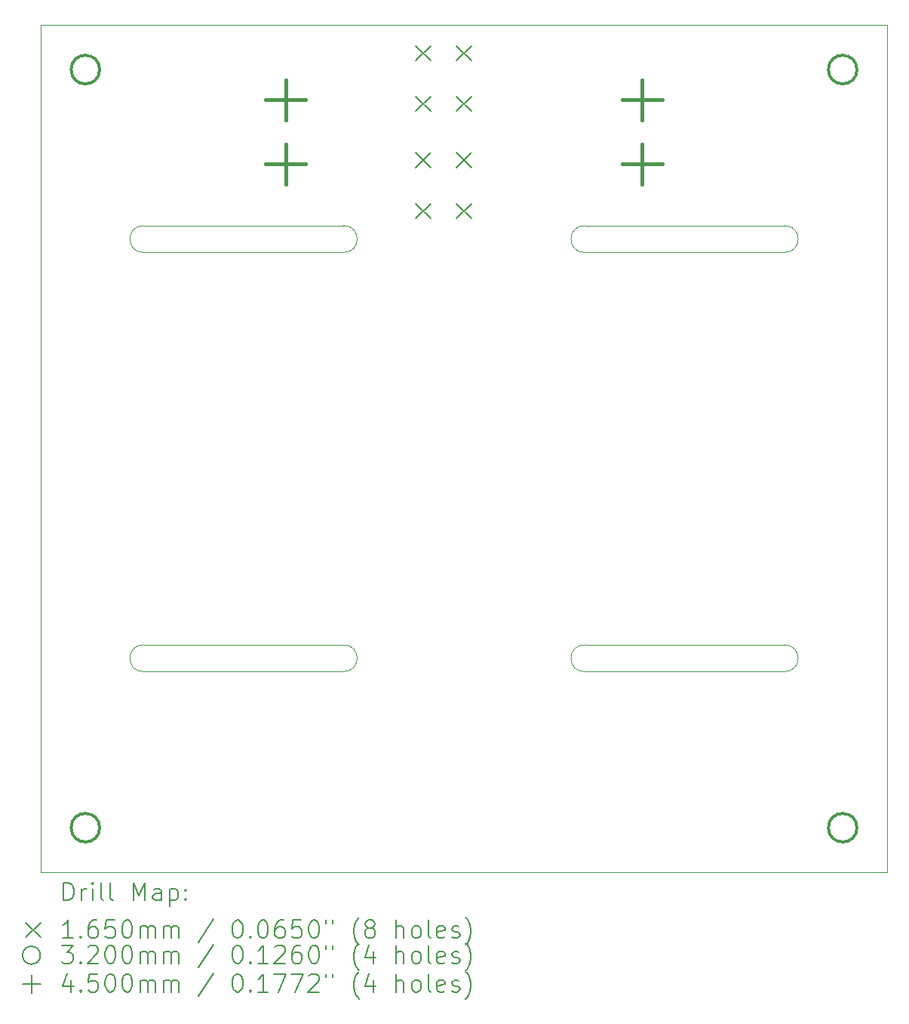
<source format=gbr>
%TF.GenerationSoftware,KiCad,Pcbnew,7.0.8*%
%TF.CreationDate,2024-01-29T21:48:59+01:00*%
%TF.ProjectId,cube-batteryboard,63756265-2d62-4617-9474-657279626f61,rev?*%
%TF.SameCoordinates,Original*%
%TF.FileFunction,Drillmap*%
%TF.FilePolarity,Positive*%
%FSLAX45Y45*%
G04 Gerber Fmt 4.5, Leading zero omitted, Abs format (unit mm)*
G04 Created by KiCad (PCBNEW 7.0.8) date 2024-01-29 21:48:59*
%MOMM*%
%LPD*%
G01*
G04 APERTURE LIST*
%ADD10C,0.100000*%
%ADD11C,0.200000*%
%ADD12C,0.165000*%
%ADD13C,0.320000*%
%ADD14C,0.450000*%
G04 APERTURE END LIST*
D10*
X5400000Y-4550000D02*
G75*
G03*
X5400000Y-4250000I0J150000D01*
G01*
X5400000Y-4250000D02*
X3150000Y-4250000D01*
X10350000Y-4550000D02*
X8100000Y-4550000D01*
X8100000Y-8950000D02*
G75*
G03*
X8100000Y-9250000I0J-150000D01*
G01*
X2000000Y-2000000D02*
X11500000Y-2000000D01*
X11500000Y-11500000D01*
X2000000Y-11500000D01*
X2000000Y-2000000D01*
X8100000Y-4250000D02*
G75*
G03*
X8100000Y-4550000I0J-150000D01*
G01*
X10350000Y-4250000D02*
X8100000Y-4250000D01*
X5400000Y-8950000D02*
X3150000Y-8950000D01*
X3150000Y-4250000D02*
G75*
G03*
X3150000Y-4550000I0J-150000D01*
G01*
X10350000Y-9250000D02*
G75*
G03*
X10350000Y-8950000I0J150000D01*
G01*
X10350000Y-9250000D02*
X8100000Y-9250000D01*
X5400000Y-9250000D02*
X3150000Y-9250000D01*
X3150000Y-8950000D02*
G75*
G03*
X3150000Y-9250000I0J-150000D01*
G01*
X10350000Y-4550000D02*
G75*
G03*
X10350000Y-4250000I0J150000D01*
G01*
X10350000Y-8950000D02*
X8100000Y-8950000D01*
X5400000Y-9250000D02*
G75*
G03*
X5400000Y-8950000I0J150000D01*
G01*
X5400000Y-4550000D02*
X3150000Y-4550000D01*
D11*
D12*
X6207500Y-2232500D02*
X6372500Y-2397500D01*
X6372500Y-2232500D02*
X6207500Y-2397500D01*
X6207500Y-2802500D02*
X6372500Y-2967500D01*
X6372500Y-2802500D02*
X6207500Y-2967500D01*
X6207500Y-3432500D02*
X6372500Y-3597500D01*
X6372500Y-3432500D02*
X6207500Y-3597500D01*
X6207500Y-4002500D02*
X6372500Y-4167500D01*
X6372500Y-4002500D02*
X6207500Y-4167500D01*
X6667500Y-2232500D02*
X6832500Y-2397500D01*
X6832500Y-2232500D02*
X6667500Y-2397500D01*
X6667500Y-2802500D02*
X6832500Y-2967500D01*
X6832500Y-2802500D02*
X6667500Y-2967500D01*
X6667500Y-3432500D02*
X6832500Y-3597500D01*
X6832500Y-3432500D02*
X6667500Y-3597500D01*
X6667500Y-4002500D02*
X6832500Y-4167500D01*
X6832500Y-4002500D02*
X6667500Y-4167500D01*
D13*
X2660000Y-2500000D02*
G75*
G03*
X2660000Y-2500000I-160000J0D01*
G01*
X2660000Y-11000000D02*
G75*
G03*
X2660000Y-11000000I-160000J0D01*
G01*
X11160000Y-2500000D02*
G75*
G03*
X11160000Y-2500000I-160000J0D01*
G01*
X11160000Y-11000000D02*
G75*
G03*
X11160000Y-11000000I-160000J0D01*
G01*
D14*
X4750000Y-2615000D02*
X4750000Y-3065000D01*
X4525000Y-2840000D02*
X4975000Y-2840000D01*
X4750000Y-3335000D02*
X4750000Y-3785000D01*
X4525000Y-3560000D02*
X4975000Y-3560000D01*
X8750000Y-2615000D02*
X8750000Y-3065000D01*
X8525000Y-2840000D02*
X8975000Y-2840000D01*
X8750000Y-3335000D02*
X8750000Y-3785000D01*
X8525000Y-3560000D02*
X8975000Y-3560000D01*
D11*
X2255777Y-11816484D02*
X2255777Y-11616484D01*
X2255777Y-11616484D02*
X2303396Y-11616484D01*
X2303396Y-11616484D02*
X2331967Y-11626008D01*
X2331967Y-11626008D02*
X2351015Y-11645055D01*
X2351015Y-11645055D02*
X2360539Y-11664103D01*
X2360539Y-11664103D02*
X2370063Y-11702198D01*
X2370063Y-11702198D02*
X2370063Y-11730769D01*
X2370063Y-11730769D02*
X2360539Y-11768865D01*
X2360539Y-11768865D02*
X2351015Y-11787912D01*
X2351015Y-11787912D02*
X2331967Y-11806960D01*
X2331967Y-11806960D02*
X2303396Y-11816484D01*
X2303396Y-11816484D02*
X2255777Y-11816484D01*
X2455777Y-11816484D02*
X2455777Y-11683150D01*
X2455777Y-11721246D02*
X2465301Y-11702198D01*
X2465301Y-11702198D02*
X2474824Y-11692674D01*
X2474824Y-11692674D02*
X2493872Y-11683150D01*
X2493872Y-11683150D02*
X2512920Y-11683150D01*
X2579586Y-11816484D02*
X2579586Y-11683150D01*
X2579586Y-11616484D02*
X2570063Y-11626008D01*
X2570063Y-11626008D02*
X2579586Y-11635531D01*
X2579586Y-11635531D02*
X2589110Y-11626008D01*
X2589110Y-11626008D02*
X2579586Y-11616484D01*
X2579586Y-11616484D02*
X2579586Y-11635531D01*
X2703396Y-11816484D02*
X2684348Y-11806960D01*
X2684348Y-11806960D02*
X2674824Y-11787912D01*
X2674824Y-11787912D02*
X2674824Y-11616484D01*
X2808158Y-11816484D02*
X2789110Y-11806960D01*
X2789110Y-11806960D02*
X2779586Y-11787912D01*
X2779586Y-11787912D02*
X2779586Y-11616484D01*
X3036729Y-11816484D02*
X3036729Y-11616484D01*
X3036729Y-11616484D02*
X3103396Y-11759341D01*
X3103396Y-11759341D02*
X3170062Y-11616484D01*
X3170062Y-11616484D02*
X3170062Y-11816484D01*
X3351015Y-11816484D02*
X3351015Y-11711722D01*
X3351015Y-11711722D02*
X3341491Y-11692674D01*
X3341491Y-11692674D02*
X3322443Y-11683150D01*
X3322443Y-11683150D02*
X3284348Y-11683150D01*
X3284348Y-11683150D02*
X3265301Y-11692674D01*
X3351015Y-11806960D02*
X3331967Y-11816484D01*
X3331967Y-11816484D02*
X3284348Y-11816484D01*
X3284348Y-11816484D02*
X3265301Y-11806960D01*
X3265301Y-11806960D02*
X3255777Y-11787912D01*
X3255777Y-11787912D02*
X3255777Y-11768865D01*
X3255777Y-11768865D02*
X3265301Y-11749817D01*
X3265301Y-11749817D02*
X3284348Y-11740293D01*
X3284348Y-11740293D02*
X3331967Y-11740293D01*
X3331967Y-11740293D02*
X3351015Y-11730769D01*
X3446253Y-11683150D02*
X3446253Y-11883150D01*
X3446253Y-11692674D02*
X3465301Y-11683150D01*
X3465301Y-11683150D02*
X3503396Y-11683150D01*
X3503396Y-11683150D02*
X3522443Y-11692674D01*
X3522443Y-11692674D02*
X3531967Y-11702198D01*
X3531967Y-11702198D02*
X3541491Y-11721246D01*
X3541491Y-11721246D02*
X3541491Y-11778388D01*
X3541491Y-11778388D02*
X3531967Y-11797436D01*
X3531967Y-11797436D02*
X3522443Y-11806960D01*
X3522443Y-11806960D02*
X3503396Y-11816484D01*
X3503396Y-11816484D02*
X3465301Y-11816484D01*
X3465301Y-11816484D02*
X3446253Y-11806960D01*
X3627205Y-11797436D02*
X3636729Y-11806960D01*
X3636729Y-11806960D02*
X3627205Y-11816484D01*
X3627205Y-11816484D02*
X3617682Y-11806960D01*
X3617682Y-11806960D02*
X3627205Y-11797436D01*
X3627205Y-11797436D02*
X3627205Y-11816484D01*
X3627205Y-11692674D02*
X3636729Y-11702198D01*
X3636729Y-11702198D02*
X3627205Y-11711722D01*
X3627205Y-11711722D02*
X3617682Y-11702198D01*
X3617682Y-11702198D02*
X3627205Y-11692674D01*
X3627205Y-11692674D02*
X3627205Y-11711722D01*
D12*
X1830000Y-12062500D02*
X1995000Y-12227500D01*
X1995000Y-12062500D02*
X1830000Y-12227500D01*
D11*
X2360539Y-12236484D02*
X2246253Y-12236484D01*
X2303396Y-12236484D02*
X2303396Y-12036484D01*
X2303396Y-12036484D02*
X2284348Y-12065055D01*
X2284348Y-12065055D02*
X2265301Y-12084103D01*
X2265301Y-12084103D02*
X2246253Y-12093627D01*
X2446253Y-12217436D02*
X2455777Y-12226960D01*
X2455777Y-12226960D02*
X2446253Y-12236484D01*
X2446253Y-12236484D02*
X2436729Y-12226960D01*
X2436729Y-12226960D02*
X2446253Y-12217436D01*
X2446253Y-12217436D02*
X2446253Y-12236484D01*
X2627205Y-12036484D02*
X2589110Y-12036484D01*
X2589110Y-12036484D02*
X2570063Y-12046008D01*
X2570063Y-12046008D02*
X2560539Y-12055531D01*
X2560539Y-12055531D02*
X2541491Y-12084103D01*
X2541491Y-12084103D02*
X2531967Y-12122198D01*
X2531967Y-12122198D02*
X2531967Y-12198388D01*
X2531967Y-12198388D02*
X2541491Y-12217436D01*
X2541491Y-12217436D02*
X2551015Y-12226960D01*
X2551015Y-12226960D02*
X2570063Y-12236484D01*
X2570063Y-12236484D02*
X2608158Y-12236484D01*
X2608158Y-12236484D02*
X2627205Y-12226960D01*
X2627205Y-12226960D02*
X2636729Y-12217436D01*
X2636729Y-12217436D02*
X2646253Y-12198388D01*
X2646253Y-12198388D02*
X2646253Y-12150769D01*
X2646253Y-12150769D02*
X2636729Y-12131722D01*
X2636729Y-12131722D02*
X2627205Y-12122198D01*
X2627205Y-12122198D02*
X2608158Y-12112674D01*
X2608158Y-12112674D02*
X2570063Y-12112674D01*
X2570063Y-12112674D02*
X2551015Y-12122198D01*
X2551015Y-12122198D02*
X2541491Y-12131722D01*
X2541491Y-12131722D02*
X2531967Y-12150769D01*
X2827205Y-12036484D02*
X2731967Y-12036484D01*
X2731967Y-12036484D02*
X2722444Y-12131722D01*
X2722444Y-12131722D02*
X2731967Y-12122198D01*
X2731967Y-12122198D02*
X2751015Y-12112674D01*
X2751015Y-12112674D02*
X2798634Y-12112674D01*
X2798634Y-12112674D02*
X2817682Y-12122198D01*
X2817682Y-12122198D02*
X2827205Y-12131722D01*
X2827205Y-12131722D02*
X2836729Y-12150769D01*
X2836729Y-12150769D02*
X2836729Y-12198388D01*
X2836729Y-12198388D02*
X2827205Y-12217436D01*
X2827205Y-12217436D02*
X2817682Y-12226960D01*
X2817682Y-12226960D02*
X2798634Y-12236484D01*
X2798634Y-12236484D02*
X2751015Y-12236484D01*
X2751015Y-12236484D02*
X2731967Y-12226960D01*
X2731967Y-12226960D02*
X2722444Y-12217436D01*
X2960539Y-12036484D02*
X2979586Y-12036484D01*
X2979586Y-12036484D02*
X2998634Y-12046008D01*
X2998634Y-12046008D02*
X3008158Y-12055531D01*
X3008158Y-12055531D02*
X3017682Y-12074579D01*
X3017682Y-12074579D02*
X3027205Y-12112674D01*
X3027205Y-12112674D02*
X3027205Y-12160293D01*
X3027205Y-12160293D02*
X3017682Y-12198388D01*
X3017682Y-12198388D02*
X3008158Y-12217436D01*
X3008158Y-12217436D02*
X2998634Y-12226960D01*
X2998634Y-12226960D02*
X2979586Y-12236484D01*
X2979586Y-12236484D02*
X2960539Y-12236484D01*
X2960539Y-12236484D02*
X2941491Y-12226960D01*
X2941491Y-12226960D02*
X2931967Y-12217436D01*
X2931967Y-12217436D02*
X2922443Y-12198388D01*
X2922443Y-12198388D02*
X2912920Y-12160293D01*
X2912920Y-12160293D02*
X2912920Y-12112674D01*
X2912920Y-12112674D02*
X2922443Y-12074579D01*
X2922443Y-12074579D02*
X2931967Y-12055531D01*
X2931967Y-12055531D02*
X2941491Y-12046008D01*
X2941491Y-12046008D02*
X2960539Y-12036484D01*
X3112920Y-12236484D02*
X3112920Y-12103150D01*
X3112920Y-12122198D02*
X3122443Y-12112674D01*
X3122443Y-12112674D02*
X3141491Y-12103150D01*
X3141491Y-12103150D02*
X3170063Y-12103150D01*
X3170063Y-12103150D02*
X3189110Y-12112674D01*
X3189110Y-12112674D02*
X3198634Y-12131722D01*
X3198634Y-12131722D02*
X3198634Y-12236484D01*
X3198634Y-12131722D02*
X3208158Y-12112674D01*
X3208158Y-12112674D02*
X3227205Y-12103150D01*
X3227205Y-12103150D02*
X3255777Y-12103150D01*
X3255777Y-12103150D02*
X3274824Y-12112674D01*
X3274824Y-12112674D02*
X3284348Y-12131722D01*
X3284348Y-12131722D02*
X3284348Y-12236484D01*
X3379586Y-12236484D02*
X3379586Y-12103150D01*
X3379586Y-12122198D02*
X3389110Y-12112674D01*
X3389110Y-12112674D02*
X3408158Y-12103150D01*
X3408158Y-12103150D02*
X3436729Y-12103150D01*
X3436729Y-12103150D02*
X3455777Y-12112674D01*
X3455777Y-12112674D02*
X3465301Y-12131722D01*
X3465301Y-12131722D02*
X3465301Y-12236484D01*
X3465301Y-12131722D02*
X3474824Y-12112674D01*
X3474824Y-12112674D02*
X3493872Y-12103150D01*
X3493872Y-12103150D02*
X3522443Y-12103150D01*
X3522443Y-12103150D02*
X3541491Y-12112674D01*
X3541491Y-12112674D02*
X3551015Y-12131722D01*
X3551015Y-12131722D02*
X3551015Y-12236484D01*
X3941491Y-12026960D02*
X3770063Y-12284103D01*
X4198634Y-12036484D02*
X4217682Y-12036484D01*
X4217682Y-12036484D02*
X4236729Y-12046008D01*
X4236729Y-12046008D02*
X4246253Y-12055531D01*
X4246253Y-12055531D02*
X4255777Y-12074579D01*
X4255777Y-12074579D02*
X4265301Y-12112674D01*
X4265301Y-12112674D02*
X4265301Y-12160293D01*
X4265301Y-12160293D02*
X4255777Y-12198388D01*
X4255777Y-12198388D02*
X4246253Y-12217436D01*
X4246253Y-12217436D02*
X4236729Y-12226960D01*
X4236729Y-12226960D02*
X4217682Y-12236484D01*
X4217682Y-12236484D02*
X4198634Y-12236484D01*
X4198634Y-12236484D02*
X4179586Y-12226960D01*
X4179586Y-12226960D02*
X4170063Y-12217436D01*
X4170063Y-12217436D02*
X4160539Y-12198388D01*
X4160539Y-12198388D02*
X4151015Y-12160293D01*
X4151015Y-12160293D02*
X4151015Y-12112674D01*
X4151015Y-12112674D02*
X4160539Y-12074579D01*
X4160539Y-12074579D02*
X4170063Y-12055531D01*
X4170063Y-12055531D02*
X4179586Y-12046008D01*
X4179586Y-12046008D02*
X4198634Y-12036484D01*
X4351015Y-12217436D02*
X4360539Y-12226960D01*
X4360539Y-12226960D02*
X4351015Y-12236484D01*
X4351015Y-12236484D02*
X4341491Y-12226960D01*
X4341491Y-12226960D02*
X4351015Y-12217436D01*
X4351015Y-12217436D02*
X4351015Y-12236484D01*
X4484348Y-12036484D02*
X4503396Y-12036484D01*
X4503396Y-12036484D02*
X4522444Y-12046008D01*
X4522444Y-12046008D02*
X4531968Y-12055531D01*
X4531968Y-12055531D02*
X4541491Y-12074579D01*
X4541491Y-12074579D02*
X4551015Y-12112674D01*
X4551015Y-12112674D02*
X4551015Y-12160293D01*
X4551015Y-12160293D02*
X4541491Y-12198388D01*
X4541491Y-12198388D02*
X4531968Y-12217436D01*
X4531968Y-12217436D02*
X4522444Y-12226960D01*
X4522444Y-12226960D02*
X4503396Y-12236484D01*
X4503396Y-12236484D02*
X4484348Y-12236484D01*
X4484348Y-12236484D02*
X4465301Y-12226960D01*
X4465301Y-12226960D02*
X4455777Y-12217436D01*
X4455777Y-12217436D02*
X4446253Y-12198388D01*
X4446253Y-12198388D02*
X4436729Y-12160293D01*
X4436729Y-12160293D02*
X4436729Y-12112674D01*
X4436729Y-12112674D02*
X4446253Y-12074579D01*
X4446253Y-12074579D02*
X4455777Y-12055531D01*
X4455777Y-12055531D02*
X4465301Y-12046008D01*
X4465301Y-12046008D02*
X4484348Y-12036484D01*
X4722444Y-12036484D02*
X4684348Y-12036484D01*
X4684348Y-12036484D02*
X4665301Y-12046008D01*
X4665301Y-12046008D02*
X4655777Y-12055531D01*
X4655777Y-12055531D02*
X4636729Y-12084103D01*
X4636729Y-12084103D02*
X4627206Y-12122198D01*
X4627206Y-12122198D02*
X4627206Y-12198388D01*
X4627206Y-12198388D02*
X4636729Y-12217436D01*
X4636729Y-12217436D02*
X4646253Y-12226960D01*
X4646253Y-12226960D02*
X4665301Y-12236484D01*
X4665301Y-12236484D02*
X4703396Y-12236484D01*
X4703396Y-12236484D02*
X4722444Y-12226960D01*
X4722444Y-12226960D02*
X4731968Y-12217436D01*
X4731968Y-12217436D02*
X4741491Y-12198388D01*
X4741491Y-12198388D02*
X4741491Y-12150769D01*
X4741491Y-12150769D02*
X4731968Y-12131722D01*
X4731968Y-12131722D02*
X4722444Y-12122198D01*
X4722444Y-12122198D02*
X4703396Y-12112674D01*
X4703396Y-12112674D02*
X4665301Y-12112674D01*
X4665301Y-12112674D02*
X4646253Y-12122198D01*
X4646253Y-12122198D02*
X4636729Y-12131722D01*
X4636729Y-12131722D02*
X4627206Y-12150769D01*
X4922444Y-12036484D02*
X4827206Y-12036484D01*
X4827206Y-12036484D02*
X4817682Y-12131722D01*
X4817682Y-12131722D02*
X4827206Y-12122198D01*
X4827206Y-12122198D02*
X4846253Y-12112674D01*
X4846253Y-12112674D02*
X4893872Y-12112674D01*
X4893872Y-12112674D02*
X4912920Y-12122198D01*
X4912920Y-12122198D02*
X4922444Y-12131722D01*
X4922444Y-12131722D02*
X4931968Y-12150769D01*
X4931968Y-12150769D02*
X4931968Y-12198388D01*
X4931968Y-12198388D02*
X4922444Y-12217436D01*
X4922444Y-12217436D02*
X4912920Y-12226960D01*
X4912920Y-12226960D02*
X4893872Y-12236484D01*
X4893872Y-12236484D02*
X4846253Y-12236484D01*
X4846253Y-12236484D02*
X4827206Y-12226960D01*
X4827206Y-12226960D02*
X4817682Y-12217436D01*
X5055777Y-12036484D02*
X5074825Y-12036484D01*
X5074825Y-12036484D02*
X5093872Y-12046008D01*
X5093872Y-12046008D02*
X5103396Y-12055531D01*
X5103396Y-12055531D02*
X5112920Y-12074579D01*
X5112920Y-12074579D02*
X5122444Y-12112674D01*
X5122444Y-12112674D02*
X5122444Y-12160293D01*
X5122444Y-12160293D02*
X5112920Y-12198388D01*
X5112920Y-12198388D02*
X5103396Y-12217436D01*
X5103396Y-12217436D02*
X5093872Y-12226960D01*
X5093872Y-12226960D02*
X5074825Y-12236484D01*
X5074825Y-12236484D02*
X5055777Y-12236484D01*
X5055777Y-12236484D02*
X5036729Y-12226960D01*
X5036729Y-12226960D02*
X5027206Y-12217436D01*
X5027206Y-12217436D02*
X5017682Y-12198388D01*
X5017682Y-12198388D02*
X5008158Y-12160293D01*
X5008158Y-12160293D02*
X5008158Y-12112674D01*
X5008158Y-12112674D02*
X5017682Y-12074579D01*
X5017682Y-12074579D02*
X5027206Y-12055531D01*
X5027206Y-12055531D02*
X5036729Y-12046008D01*
X5036729Y-12046008D02*
X5055777Y-12036484D01*
X5198634Y-12036484D02*
X5198634Y-12074579D01*
X5274825Y-12036484D02*
X5274825Y-12074579D01*
X5570063Y-12312674D02*
X5560539Y-12303150D01*
X5560539Y-12303150D02*
X5541491Y-12274579D01*
X5541491Y-12274579D02*
X5531968Y-12255531D01*
X5531968Y-12255531D02*
X5522444Y-12226960D01*
X5522444Y-12226960D02*
X5512920Y-12179341D01*
X5512920Y-12179341D02*
X5512920Y-12141246D01*
X5512920Y-12141246D02*
X5522444Y-12093627D01*
X5522444Y-12093627D02*
X5531968Y-12065055D01*
X5531968Y-12065055D02*
X5541491Y-12046008D01*
X5541491Y-12046008D02*
X5560539Y-12017436D01*
X5560539Y-12017436D02*
X5570063Y-12007912D01*
X5674825Y-12122198D02*
X5655777Y-12112674D01*
X5655777Y-12112674D02*
X5646253Y-12103150D01*
X5646253Y-12103150D02*
X5636729Y-12084103D01*
X5636729Y-12084103D02*
X5636729Y-12074579D01*
X5636729Y-12074579D02*
X5646253Y-12055531D01*
X5646253Y-12055531D02*
X5655777Y-12046008D01*
X5655777Y-12046008D02*
X5674825Y-12036484D01*
X5674825Y-12036484D02*
X5712920Y-12036484D01*
X5712920Y-12036484D02*
X5731968Y-12046008D01*
X5731968Y-12046008D02*
X5741491Y-12055531D01*
X5741491Y-12055531D02*
X5751015Y-12074579D01*
X5751015Y-12074579D02*
X5751015Y-12084103D01*
X5751015Y-12084103D02*
X5741491Y-12103150D01*
X5741491Y-12103150D02*
X5731968Y-12112674D01*
X5731968Y-12112674D02*
X5712920Y-12122198D01*
X5712920Y-12122198D02*
X5674825Y-12122198D01*
X5674825Y-12122198D02*
X5655777Y-12131722D01*
X5655777Y-12131722D02*
X5646253Y-12141246D01*
X5646253Y-12141246D02*
X5636729Y-12160293D01*
X5636729Y-12160293D02*
X5636729Y-12198388D01*
X5636729Y-12198388D02*
X5646253Y-12217436D01*
X5646253Y-12217436D02*
X5655777Y-12226960D01*
X5655777Y-12226960D02*
X5674825Y-12236484D01*
X5674825Y-12236484D02*
X5712920Y-12236484D01*
X5712920Y-12236484D02*
X5731968Y-12226960D01*
X5731968Y-12226960D02*
X5741491Y-12217436D01*
X5741491Y-12217436D02*
X5751015Y-12198388D01*
X5751015Y-12198388D02*
X5751015Y-12160293D01*
X5751015Y-12160293D02*
X5741491Y-12141246D01*
X5741491Y-12141246D02*
X5731968Y-12131722D01*
X5731968Y-12131722D02*
X5712920Y-12122198D01*
X5989110Y-12236484D02*
X5989110Y-12036484D01*
X6074825Y-12236484D02*
X6074825Y-12131722D01*
X6074825Y-12131722D02*
X6065301Y-12112674D01*
X6065301Y-12112674D02*
X6046253Y-12103150D01*
X6046253Y-12103150D02*
X6017682Y-12103150D01*
X6017682Y-12103150D02*
X5998634Y-12112674D01*
X5998634Y-12112674D02*
X5989110Y-12122198D01*
X6198634Y-12236484D02*
X6179587Y-12226960D01*
X6179587Y-12226960D02*
X6170063Y-12217436D01*
X6170063Y-12217436D02*
X6160539Y-12198388D01*
X6160539Y-12198388D02*
X6160539Y-12141246D01*
X6160539Y-12141246D02*
X6170063Y-12122198D01*
X6170063Y-12122198D02*
X6179587Y-12112674D01*
X6179587Y-12112674D02*
X6198634Y-12103150D01*
X6198634Y-12103150D02*
X6227206Y-12103150D01*
X6227206Y-12103150D02*
X6246253Y-12112674D01*
X6246253Y-12112674D02*
X6255777Y-12122198D01*
X6255777Y-12122198D02*
X6265301Y-12141246D01*
X6265301Y-12141246D02*
X6265301Y-12198388D01*
X6265301Y-12198388D02*
X6255777Y-12217436D01*
X6255777Y-12217436D02*
X6246253Y-12226960D01*
X6246253Y-12226960D02*
X6227206Y-12236484D01*
X6227206Y-12236484D02*
X6198634Y-12236484D01*
X6379587Y-12236484D02*
X6360539Y-12226960D01*
X6360539Y-12226960D02*
X6351015Y-12207912D01*
X6351015Y-12207912D02*
X6351015Y-12036484D01*
X6531968Y-12226960D02*
X6512920Y-12236484D01*
X6512920Y-12236484D02*
X6474825Y-12236484D01*
X6474825Y-12236484D02*
X6455777Y-12226960D01*
X6455777Y-12226960D02*
X6446253Y-12207912D01*
X6446253Y-12207912D02*
X6446253Y-12131722D01*
X6446253Y-12131722D02*
X6455777Y-12112674D01*
X6455777Y-12112674D02*
X6474825Y-12103150D01*
X6474825Y-12103150D02*
X6512920Y-12103150D01*
X6512920Y-12103150D02*
X6531968Y-12112674D01*
X6531968Y-12112674D02*
X6541491Y-12131722D01*
X6541491Y-12131722D02*
X6541491Y-12150769D01*
X6541491Y-12150769D02*
X6446253Y-12169817D01*
X6617682Y-12226960D02*
X6636730Y-12236484D01*
X6636730Y-12236484D02*
X6674825Y-12236484D01*
X6674825Y-12236484D02*
X6693872Y-12226960D01*
X6693872Y-12226960D02*
X6703396Y-12207912D01*
X6703396Y-12207912D02*
X6703396Y-12198388D01*
X6703396Y-12198388D02*
X6693872Y-12179341D01*
X6693872Y-12179341D02*
X6674825Y-12169817D01*
X6674825Y-12169817D02*
X6646253Y-12169817D01*
X6646253Y-12169817D02*
X6627206Y-12160293D01*
X6627206Y-12160293D02*
X6617682Y-12141246D01*
X6617682Y-12141246D02*
X6617682Y-12131722D01*
X6617682Y-12131722D02*
X6627206Y-12112674D01*
X6627206Y-12112674D02*
X6646253Y-12103150D01*
X6646253Y-12103150D02*
X6674825Y-12103150D01*
X6674825Y-12103150D02*
X6693872Y-12112674D01*
X6770063Y-12312674D02*
X6779587Y-12303150D01*
X6779587Y-12303150D02*
X6798634Y-12274579D01*
X6798634Y-12274579D02*
X6808158Y-12255531D01*
X6808158Y-12255531D02*
X6817682Y-12226960D01*
X6817682Y-12226960D02*
X6827206Y-12179341D01*
X6827206Y-12179341D02*
X6827206Y-12141246D01*
X6827206Y-12141246D02*
X6817682Y-12093627D01*
X6817682Y-12093627D02*
X6808158Y-12065055D01*
X6808158Y-12065055D02*
X6798634Y-12046008D01*
X6798634Y-12046008D02*
X6779587Y-12017436D01*
X6779587Y-12017436D02*
X6770063Y-12007912D01*
X1995000Y-12430000D02*
G75*
G03*
X1995000Y-12430000I-100000J0D01*
G01*
X2236729Y-12321484D02*
X2360539Y-12321484D01*
X2360539Y-12321484D02*
X2293872Y-12397674D01*
X2293872Y-12397674D02*
X2322444Y-12397674D01*
X2322444Y-12397674D02*
X2341491Y-12407198D01*
X2341491Y-12407198D02*
X2351015Y-12416722D01*
X2351015Y-12416722D02*
X2360539Y-12435769D01*
X2360539Y-12435769D02*
X2360539Y-12483388D01*
X2360539Y-12483388D02*
X2351015Y-12502436D01*
X2351015Y-12502436D02*
X2341491Y-12511960D01*
X2341491Y-12511960D02*
X2322444Y-12521484D01*
X2322444Y-12521484D02*
X2265301Y-12521484D01*
X2265301Y-12521484D02*
X2246253Y-12511960D01*
X2246253Y-12511960D02*
X2236729Y-12502436D01*
X2446253Y-12502436D02*
X2455777Y-12511960D01*
X2455777Y-12511960D02*
X2446253Y-12521484D01*
X2446253Y-12521484D02*
X2436729Y-12511960D01*
X2436729Y-12511960D02*
X2446253Y-12502436D01*
X2446253Y-12502436D02*
X2446253Y-12521484D01*
X2531967Y-12340531D02*
X2541491Y-12331008D01*
X2541491Y-12331008D02*
X2560539Y-12321484D01*
X2560539Y-12321484D02*
X2608158Y-12321484D01*
X2608158Y-12321484D02*
X2627205Y-12331008D01*
X2627205Y-12331008D02*
X2636729Y-12340531D01*
X2636729Y-12340531D02*
X2646253Y-12359579D01*
X2646253Y-12359579D02*
X2646253Y-12378627D01*
X2646253Y-12378627D02*
X2636729Y-12407198D01*
X2636729Y-12407198D02*
X2522444Y-12521484D01*
X2522444Y-12521484D02*
X2646253Y-12521484D01*
X2770063Y-12321484D02*
X2789110Y-12321484D01*
X2789110Y-12321484D02*
X2808158Y-12331008D01*
X2808158Y-12331008D02*
X2817682Y-12340531D01*
X2817682Y-12340531D02*
X2827205Y-12359579D01*
X2827205Y-12359579D02*
X2836729Y-12397674D01*
X2836729Y-12397674D02*
X2836729Y-12445293D01*
X2836729Y-12445293D02*
X2827205Y-12483388D01*
X2827205Y-12483388D02*
X2817682Y-12502436D01*
X2817682Y-12502436D02*
X2808158Y-12511960D01*
X2808158Y-12511960D02*
X2789110Y-12521484D01*
X2789110Y-12521484D02*
X2770063Y-12521484D01*
X2770063Y-12521484D02*
X2751015Y-12511960D01*
X2751015Y-12511960D02*
X2741491Y-12502436D01*
X2741491Y-12502436D02*
X2731967Y-12483388D01*
X2731967Y-12483388D02*
X2722444Y-12445293D01*
X2722444Y-12445293D02*
X2722444Y-12397674D01*
X2722444Y-12397674D02*
X2731967Y-12359579D01*
X2731967Y-12359579D02*
X2741491Y-12340531D01*
X2741491Y-12340531D02*
X2751015Y-12331008D01*
X2751015Y-12331008D02*
X2770063Y-12321484D01*
X2960539Y-12321484D02*
X2979586Y-12321484D01*
X2979586Y-12321484D02*
X2998634Y-12331008D01*
X2998634Y-12331008D02*
X3008158Y-12340531D01*
X3008158Y-12340531D02*
X3017682Y-12359579D01*
X3017682Y-12359579D02*
X3027205Y-12397674D01*
X3027205Y-12397674D02*
X3027205Y-12445293D01*
X3027205Y-12445293D02*
X3017682Y-12483388D01*
X3017682Y-12483388D02*
X3008158Y-12502436D01*
X3008158Y-12502436D02*
X2998634Y-12511960D01*
X2998634Y-12511960D02*
X2979586Y-12521484D01*
X2979586Y-12521484D02*
X2960539Y-12521484D01*
X2960539Y-12521484D02*
X2941491Y-12511960D01*
X2941491Y-12511960D02*
X2931967Y-12502436D01*
X2931967Y-12502436D02*
X2922443Y-12483388D01*
X2922443Y-12483388D02*
X2912920Y-12445293D01*
X2912920Y-12445293D02*
X2912920Y-12397674D01*
X2912920Y-12397674D02*
X2922443Y-12359579D01*
X2922443Y-12359579D02*
X2931967Y-12340531D01*
X2931967Y-12340531D02*
X2941491Y-12331008D01*
X2941491Y-12331008D02*
X2960539Y-12321484D01*
X3112920Y-12521484D02*
X3112920Y-12388150D01*
X3112920Y-12407198D02*
X3122443Y-12397674D01*
X3122443Y-12397674D02*
X3141491Y-12388150D01*
X3141491Y-12388150D02*
X3170063Y-12388150D01*
X3170063Y-12388150D02*
X3189110Y-12397674D01*
X3189110Y-12397674D02*
X3198634Y-12416722D01*
X3198634Y-12416722D02*
X3198634Y-12521484D01*
X3198634Y-12416722D02*
X3208158Y-12397674D01*
X3208158Y-12397674D02*
X3227205Y-12388150D01*
X3227205Y-12388150D02*
X3255777Y-12388150D01*
X3255777Y-12388150D02*
X3274824Y-12397674D01*
X3274824Y-12397674D02*
X3284348Y-12416722D01*
X3284348Y-12416722D02*
X3284348Y-12521484D01*
X3379586Y-12521484D02*
X3379586Y-12388150D01*
X3379586Y-12407198D02*
X3389110Y-12397674D01*
X3389110Y-12397674D02*
X3408158Y-12388150D01*
X3408158Y-12388150D02*
X3436729Y-12388150D01*
X3436729Y-12388150D02*
X3455777Y-12397674D01*
X3455777Y-12397674D02*
X3465301Y-12416722D01*
X3465301Y-12416722D02*
X3465301Y-12521484D01*
X3465301Y-12416722D02*
X3474824Y-12397674D01*
X3474824Y-12397674D02*
X3493872Y-12388150D01*
X3493872Y-12388150D02*
X3522443Y-12388150D01*
X3522443Y-12388150D02*
X3541491Y-12397674D01*
X3541491Y-12397674D02*
X3551015Y-12416722D01*
X3551015Y-12416722D02*
X3551015Y-12521484D01*
X3941491Y-12311960D02*
X3770063Y-12569103D01*
X4198634Y-12321484D02*
X4217682Y-12321484D01*
X4217682Y-12321484D02*
X4236729Y-12331008D01*
X4236729Y-12331008D02*
X4246253Y-12340531D01*
X4246253Y-12340531D02*
X4255777Y-12359579D01*
X4255777Y-12359579D02*
X4265301Y-12397674D01*
X4265301Y-12397674D02*
X4265301Y-12445293D01*
X4265301Y-12445293D02*
X4255777Y-12483388D01*
X4255777Y-12483388D02*
X4246253Y-12502436D01*
X4246253Y-12502436D02*
X4236729Y-12511960D01*
X4236729Y-12511960D02*
X4217682Y-12521484D01*
X4217682Y-12521484D02*
X4198634Y-12521484D01*
X4198634Y-12521484D02*
X4179586Y-12511960D01*
X4179586Y-12511960D02*
X4170063Y-12502436D01*
X4170063Y-12502436D02*
X4160539Y-12483388D01*
X4160539Y-12483388D02*
X4151015Y-12445293D01*
X4151015Y-12445293D02*
X4151015Y-12397674D01*
X4151015Y-12397674D02*
X4160539Y-12359579D01*
X4160539Y-12359579D02*
X4170063Y-12340531D01*
X4170063Y-12340531D02*
X4179586Y-12331008D01*
X4179586Y-12331008D02*
X4198634Y-12321484D01*
X4351015Y-12502436D02*
X4360539Y-12511960D01*
X4360539Y-12511960D02*
X4351015Y-12521484D01*
X4351015Y-12521484D02*
X4341491Y-12511960D01*
X4341491Y-12511960D02*
X4351015Y-12502436D01*
X4351015Y-12502436D02*
X4351015Y-12521484D01*
X4551015Y-12521484D02*
X4436729Y-12521484D01*
X4493872Y-12521484D02*
X4493872Y-12321484D01*
X4493872Y-12321484D02*
X4474825Y-12350055D01*
X4474825Y-12350055D02*
X4455777Y-12369103D01*
X4455777Y-12369103D02*
X4436729Y-12378627D01*
X4627206Y-12340531D02*
X4636729Y-12331008D01*
X4636729Y-12331008D02*
X4655777Y-12321484D01*
X4655777Y-12321484D02*
X4703396Y-12321484D01*
X4703396Y-12321484D02*
X4722444Y-12331008D01*
X4722444Y-12331008D02*
X4731968Y-12340531D01*
X4731968Y-12340531D02*
X4741491Y-12359579D01*
X4741491Y-12359579D02*
X4741491Y-12378627D01*
X4741491Y-12378627D02*
X4731968Y-12407198D01*
X4731968Y-12407198D02*
X4617682Y-12521484D01*
X4617682Y-12521484D02*
X4741491Y-12521484D01*
X4912920Y-12321484D02*
X4874825Y-12321484D01*
X4874825Y-12321484D02*
X4855777Y-12331008D01*
X4855777Y-12331008D02*
X4846253Y-12340531D01*
X4846253Y-12340531D02*
X4827206Y-12369103D01*
X4827206Y-12369103D02*
X4817682Y-12407198D01*
X4817682Y-12407198D02*
X4817682Y-12483388D01*
X4817682Y-12483388D02*
X4827206Y-12502436D01*
X4827206Y-12502436D02*
X4836729Y-12511960D01*
X4836729Y-12511960D02*
X4855777Y-12521484D01*
X4855777Y-12521484D02*
X4893872Y-12521484D01*
X4893872Y-12521484D02*
X4912920Y-12511960D01*
X4912920Y-12511960D02*
X4922444Y-12502436D01*
X4922444Y-12502436D02*
X4931968Y-12483388D01*
X4931968Y-12483388D02*
X4931968Y-12435769D01*
X4931968Y-12435769D02*
X4922444Y-12416722D01*
X4922444Y-12416722D02*
X4912920Y-12407198D01*
X4912920Y-12407198D02*
X4893872Y-12397674D01*
X4893872Y-12397674D02*
X4855777Y-12397674D01*
X4855777Y-12397674D02*
X4836729Y-12407198D01*
X4836729Y-12407198D02*
X4827206Y-12416722D01*
X4827206Y-12416722D02*
X4817682Y-12435769D01*
X5055777Y-12321484D02*
X5074825Y-12321484D01*
X5074825Y-12321484D02*
X5093872Y-12331008D01*
X5093872Y-12331008D02*
X5103396Y-12340531D01*
X5103396Y-12340531D02*
X5112920Y-12359579D01*
X5112920Y-12359579D02*
X5122444Y-12397674D01*
X5122444Y-12397674D02*
X5122444Y-12445293D01*
X5122444Y-12445293D02*
X5112920Y-12483388D01*
X5112920Y-12483388D02*
X5103396Y-12502436D01*
X5103396Y-12502436D02*
X5093872Y-12511960D01*
X5093872Y-12511960D02*
X5074825Y-12521484D01*
X5074825Y-12521484D02*
X5055777Y-12521484D01*
X5055777Y-12521484D02*
X5036729Y-12511960D01*
X5036729Y-12511960D02*
X5027206Y-12502436D01*
X5027206Y-12502436D02*
X5017682Y-12483388D01*
X5017682Y-12483388D02*
X5008158Y-12445293D01*
X5008158Y-12445293D02*
X5008158Y-12397674D01*
X5008158Y-12397674D02*
X5017682Y-12359579D01*
X5017682Y-12359579D02*
X5027206Y-12340531D01*
X5027206Y-12340531D02*
X5036729Y-12331008D01*
X5036729Y-12331008D02*
X5055777Y-12321484D01*
X5198634Y-12321484D02*
X5198634Y-12359579D01*
X5274825Y-12321484D02*
X5274825Y-12359579D01*
X5570063Y-12597674D02*
X5560539Y-12588150D01*
X5560539Y-12588150D02*
X5541491Y-12559579D01*
X5541491Y-12559579D02*
X5531968Y-12540531D01*
X5531968Y-12540531D02*
X5522444Y-12511960D01*
X5522444Y-12511960D02*
X5512920Y-12464341D01*
X5512920Y-12464341D02*
X5512920Y-12426246D01*
X5512920Y-12426246D02*
X5522444Y-12378627D01*
X5522444Y-12378627D02*
X5531968Y-12350055D01*
X5531968Y-12350055D02*
X5541491Y-12331008D01*
X5541491Y-12331008D02*
X5560539Y-12302436D01*
X5560539Y-12302436D02*
X5570063Y-12292912D01*
X5731968Y-12388150D02*
X5731968Y-12521484D01*
X5684348Y-12311960D02*
X5636729Y-12454817D01*
X5636729Y-12454817D02*
X5760539Y-12454817D01*
X5989110Y-12521484D02*
X5989110Y-12321484D01*
X6074825Y-12521484D02*
X6074825Y-12416722D01*
X6074825Y-12416722D02*
X6065301Y-12397674D01*
X6065301Y-12397674D02*
X6046253Y-12388150D01*
X6046253Y-12388150D02*
X6017682Y-12388150D01*
X6017682Y-12388150D02*
X5998634Y-12397674D01*
X5998634Y-12397674D02*
X5989110Y-12407198D01*
X6198634Y-12521484D02*
X6179587Y-12511960D01*
X6179587Y-12511960D02*
X6170063Y-12502436D01*
X6170063Y-12502436D02*
X6160539Y-12483388D01*
X6160539Y-12483388D02*
X6160539Y-12426246D01*
X6160539Y-12426246D02*
X6170063Y-12407198D01*
X6170063Y-12407198D02*
X6179587Y-12397674D01*
X6179587Y-12397674D02*
X6198634Y-12388150D01*
X6198634Y-12388150D02*
X6227206Y-12388150D01*
X6227206Y-12388150D02*
X6246253Y-12397674D01*
X6246253Y-12397674D02*
X6255777Y-12407198D01*
X6255777Y-12407198D02*
X6265301Y-12426246D01*
X6265301Y-12426246D02*
X6265301Y-12483388D01*
X6265301Y-12483388D02*
X6255777Y-12502436D01*
X6255777Y-12502436D02*
X6246253Y-12511960D01*
X6246253Y-12511960D02*
X6227206Y-12521484D01*
X6227206Y-12521484D02*
X6198634Y-12521484D01*
X6379587Y-12521484D02*
X6360539Y-12511960D01*
X6360539Y-12511960D02*
X6351015Y-12492912D01*
X6351015Y-12492912D02*
X6351015Y-12321484D01*
X6531968Y-12511960D02*
X6512920Y-12521484D01*
X6512920Y-12521484D02*
X6474825Y-12521484D01*
X6474825Y-12521484D02*
X6455777Y-12511960D01*
X6455777Y-12511960D02*
X6446253Y-12492912D01*
X6446253Y-12492912D02*
X6446253Y-12416722D01*
X6446253Y-12416722D02*
X6455777Y-12397674D01*
X6455777Y-12397674D02*
X6474825Y-12388150D01*
X6474825Y-12388150D02*
X6512920Y-12388150D01*
X6512920Y-12388150D02*
X6531968Y-12397674D01*
X6531968Y-12397674D02*
X6541491Y-12416722D01*
X6541491Y-12416722D02*
X6541491Y-12435769D01*
X6541491Y-12435769D02*
X6446253Y-12454817D01*
X6617682Y-12511960D02*
X6636730Y-12521484D01*
X6636730Y-12521484D02*
X6674825Y-12521484D01*
X6674825Y-12521484D02*
X6693872Y-12511960D01*
X6693872Y-12511960D02*
X6703396Y-12492912D01*
X6703396Y-12492912D02*
X6703396Y-12483388D01*
X6703396Y-12483388D02*
X6693872Y-12464341D01*
X6693872Y-12464341D02*
X6674825Y-12454817D01*
X6674825Y-12454817D02*
X6646253Y-12454817D01*
X6646253Y-12454817D02*
X6627206Y-12445293D01*
X6627206Y-12445293D02*
X6617682Y-12426246D01*
X6617682Y-12426246D02*
X6617682Y-12416722D01*
X6617682Y-12416722D02*
X6627206Y-12397674D01*
X6627206Y-12397674D02*
X6646253Y-12388150D01*
X6646253Y-12388150D02*
X6674825Y-12388150D01*
X6674825Y-12388150D02*
X6693872Y-12397674D01*
X6770063Y-12597674D02*
X6779587Y-12588150D01*
X6779587Y-12588150D02*
X6798634Y-12559579D01*
X6798634Y-12559579D02*
X6808158Y-12540531D01*
X6808158Y-12540531D02*
X6817682Y-12511960D01*
X6817682Y-12511960D02*
X6827206Y-12464341D01*
X6827206Y-12464341D02*
X6827206Y-12426246D01*
X6827206Y-12426246D02*
X6817682Y-12378627D01*
X6817682Y-12378627D02*
X6808158Y-12350055D01*
X6808158Y-12350055D02*
X6798634Y-12331008D01*
X6798634Y-12331008D02*
X6779587Y-12302436D01*
X6779587Y-12302436D02*
X6770063Y-12292912D01*
X1895000Y-12650000D02*
X1895000Y-12850000D01*
X1795000Y-12750000D02*
X1995000Y-12750000D01*
X2341491Y-12708150D02*
X2341491Y-12841484D01*
X2293872Y-12631960D02*
X2246253Y-12774817D01*
X2246253Y-12774817D02*
X2370063Y-12774817D01*
X2446253Y-12822436D02*
X2455777Y-12831960D01*
X2455777Y-12831960D02*
X2446253Y-12841484D01*
X2446253Y-12841484D02*
X2436729Y-12831960D01*
X2436729Y-12831960D02*
X2446253Y-12822436D01*
X2446253Y-12822436D02*
X2446253Y-12841484D01*
X2636729Y-12641484D02*
X2541491Y-12641484D01*
X2541491Y-12641484D02*
X2531967Y-12736722D01*
X2531967Y-12736722D02*
X2541491Y-12727198D01*
X2541491Y-12727198D02*
X2560539Y-12717674D01*
X2560539Y-12717674D02*
X2608158Y-12717674D01*
X2608158Y-12717674D02*
X2627205Y-12727198D01*
X2627205Y-12727198D02*
X2636729Y-12736722D01*
X2636729Y-12736722D02*
X2646253Y-12755769D01*
X2646253Y-12755769D02*
X2646253Y-12803388D01*
X2646253Y-12803388D02*
X2636729Y-12822436D01*
X2636729Y-12822436D02*
X2627205Y-12831960D01*
X2627205Y-12831960D02*
X2608158Y-12841484D01*
X2608158Y-12841484D02*
X2560539Y-12841484D01*
X2560539Y-12841484D02*
X2541491Y-12831960D01*
X2541491Y-12831960D02*
X2531967Y-12822436D01*
X2770063Y-12641484D02*
X2789110Y-12641484D01*
X2789110Y-12641484D02*
X2808158Y-12651008D01*
X2808158Y-12651008D02*
X2817682Y-12660531D01*
X2817682Y-12660531D02*
X2827205Y-12679579D01*
X2827205Y-12679579D02*
X2836729Y-12717674D01*
X2836729Y-12717674D02*
X2836729Y-12765293D01*
X2836729Y-12765293D02*
X2827205Y-12803388D01*
X2827205Y-12803388D02*
X2817682Y-12822436D01*
X2817682Y-12822436D02*
X2808158Y-12831960D01*
X2808158Y-12831960D02*
X2789110Y-12841484D01*
X2789110Y-12841484D02*
X2770063Y-12841484D01*
X2770063Y-12841484D02*
X2751015Y-12831960D01*
X2751015Y-12831960D02*
X2741491Y-12822436D01*
X2741491Y-12822436D02*
X2731967Y-12803388D01*
X2731967Y-12803388D02*
X2722444Y-12765293D01*
X2722444Y-12765293D02*
X2722444Y-12717674D01*
X2722444Y-12717674D02*
X2731967Y-12679579D01*
X2731967Y-12679579D02*
X2741491Y-12660531D01*
X2741491Y-12660531D02*
X2751015Y-12651008D01*
X2751015Y-12651008D02*
X2770063Y-12641484D01*
X2960539Y-12641484D02*
X2979586Y-12641484D01*
X2979586Y-12641484D02*
X2998634Y-12651008D01*
X2998634Y-12651008D02*
X3008158Y-12660531D01*
X3008158Y-12660531D02*
X3017682Y-12679579D01*
X3017682Y-12679579D02*
X3027205Y-12717674D01*
X3027205Y-12717674D02*
X3027205Y-12765293D01*
X3027205Y-12765293D02*
X3017682Y-12803388D01*
X3017682Y-12803388D02*
X3008158Y-12822436D01*
X3008158Y-12822436D02*
X2998634Y-12831960D01*
X2998634Y-12831960D02*
X2979586Y-12841484D01*
X2979586Y-12841484D02*
X2960539Y-12841484D01*
X2960539Y-12841484D02*
X2941491Y-12831960D01*
X2941491Y-12831960D02*
X2931967Y-12822436D01*
X2931967Y-12822436D02*
X2922443Y-12803388D01*
X2922443Y-12803388D02*
X2912920Y-12765293D01*
X2912920Y-12765293D02*
X2912920Y-12717674D01*
X2912920Y-12717674D02*
X2922443Y-12679579D01*
X2922443Y-12679579D02*
X2931967Y-12660531D01*
X2931967Y-12660531D02*
X2941491Y-12651008D01*
X2941491Y-12651008D02*
X2960539Y-12641484D01*
X3112920Y-12841484D02*
X3112920Y-12708150D01*
X3112920Y-12727198D02*
X3122443Y-12717674D01*
X3122443Y-12717674D02*
X3141491Y-12708150D01*
X3141491Y-12708150D02*
X3170063Y-12708150D01*
X3170063Y-12708150D02*
X3189110Y-12717674D01*
X3189110Y-12717674D02*
X3198634Y-12736722D01*
X3198634Y-12736722D02*
X3198634Y-12841484D01*
X3198634Y-12736722D02*
X3208158Y-12717674D01*
X3208158Y-12717674D02*
X3227205Y-12708150D01*
X3227205Y-12708150D02*
X3255777Y-12708150D01*
X3255777Y-12708150D02*
X3274824Y-12717674D01*
X3274824Y-12717674D02*
X3284348Y-12736722D01*
X3284348Y-12736722D02*
X3284348Y-12841484D01*
X3379586Y-12841484D02*
X3379586Y-12708150D01*
X3379586Y-12727198D02*
X3389110Y-12717674D01*
X3389110Y-12717674D02*
X3408158Y-12708150D01*
X3408158Y-12708150D02*
X3436729Y-12708150D01*
X3436729Y-12708150D02*
X3455777Y-12717674D01*
X3455777Y-12717674D02*
X3465301Y-12736722D01*
X3465301Y-12736722D02*
X3465301Y-12841484D01*
X3465301Y-12736722D02*
X3474824Y-12717674D01*
X3474824Y-12717674D02*
X3493872Y-12708150D01*
X3493872Y-12708150D02*
X3522443Y-12708150D01*
X3522443Y-12708150D02*
X3541491Y-12717674D01*
X3541491Y-12717674D02*
X3551015Y-12736722D01*
X3551015Y-12736722D02*
X3551015Y-12841484D01*
X3941491Y-12631960D02*
X3770063Y-12889103D01*
X4198634Y-12641484D02*
X4217682Y-12641484D01*
X4217682Y-12641484D02*
X4236729Y-12651008D01*
X4236729Y-12651008D02*
X4246253Y-12660531D01*
X4246253Y-12660531D02*
X4255777Y-12679579D01*
X4255777Y-12679579D02*
X4265301Y-12717674D01*
X4265301Y-12717674D02*
X4265301Y-12765293D01*
X4265301Y-12765293D02*
X4255777Y-12803388D01*
X4255777Y-12803388D02*
X4246253Y-12822436D01*
X4246253Y-12822436D02*
X4236729Y-12831960D01*
X4236729Y-12831960D02*
X4217682Y-12841484D01*
X4217682Y-12841484D02*
X4198634Y-12841484D01*
X4198634Y-12841484D02*
X4179586Y-12831960D01*
X4179586Y-12831960D02*
X4170063Y-12822436D01*
X4170063Y-12822436D02*
X4160539Y-12803388D01*
X4160539Y-12803388D02*
X4151015Y-12765293D01*
X4151015Y-12765293D02*
X4151015Y-12717674D01*
X4151015Y-12717674D02*
X4160539Y-12679579D01*
X4160539Y-12679579D02*
X4170063Y-12660531D01*
X4170063Y-12660531D02*
X4179586Y-12651008D01*
X4179586Y-12651008D02*
X4198634Y-12641484D01*
X4351015Y-12822436D02*
X4360539Y-12831960D01*
X4360539Y-12831960D02*
X4351015Y-12841484D01*
X4351015Y-12841484D02*
X4341491Y-12831960D01*
X4341491Y-12831960D02*
X4351015Y-12822436D01*
X4351015Y-12822436D02*
X4351015Y-12841484D01*
X4551015Y-12841484D02*
X4436729Y-12841484D01*
X4493872Y-12841484D02*
X4493872Y-12641484D01*
X4493872Y-12641484D02*
X4474825Y-12670055D01*
X4474825Y-12670055D02*
X4455777Y-12689103D01*
X4455777Y-12689103D02*
X4436729Y-12698627D01*
X4617682Y-12641484D02*
X4751015Y-12641484D01*
X4751015Y-12641484D02*
X4665301Y-12841484D01*
X4808158Y-12641484D02*
X4941491Y-12641484D01*
X4941491Y-12641484D02*
X4855777Y-12841484D01*
X5008158Y-12660531D02*
X5017682Y-12651008D01*
X5017682Y-12651008D02*
X5036729Y-12641484D01*
X5036729Y-12641484D02*
X5084349Y-12641484D01*
X5084349Y-12641484D02*
X5103396Y-12651008D01*
X5103396Y-12651008D02*
X5112920Y-12660531D01*
X5112920Y-12660531D02*
X5122444Y-12679579D01*
X5122444Y-12679579D02*
X5122444Y-12698627D01*
X5122444Y-12698627D02*
X5112920Y-12727198D01*
X5112920Y-12727198D02*
X4998634Y-12841484D01*
X4998634Y-12841484D02*
X5122444Y-12841484D01*
X5198634Y-12641484D02*
X5198634Y-12679579D01*
X5274825Y-12641484D02*
X5274825Y-12679579D01*
X5570063Y-12917674D02*
X5560539Y-12908150D01*
X5560539Y-12908150D02*
X5541491Y-12879579D01*
X5541491Y-12879579D02*
X5531968Y-12860531D01*
X5531968Y-12860531D02*
X5522444Y-12831960D01*
X5522444Y-12831960D02*
X5512920Y-12784341D01*
X5512920Y-12784341D02*
X5512920Y-12746246D01*
X5512920Y-12746246D02*
X5522444Y-12698627D01*
X5522444Y-12698627D02*
X5531968Y-12670055D01*
X5531968Y-12670055D02*
X5541491Y-12651008D01*
X5541491Y-12651008D02*
X5560539Y-12622436D01*
X5560539Y-12622436D02*
X5570063Y-12612912D01*
X5731968Y-12708150D02*
X5731968Y-12841484D01*
X5684348Y-12631960D02*
X5636729Y-12774817D01*
X5636729Y-12774817D02*
X5760539Y-12774817D01*
X5989110Y-12841484D02*
X5989110Y-12641484D01*
X6074825Y-12841484D02*
X6074825Y-12736722D01*
X6074825Y-12736722D02*
X6065301Y-12717674D01*
X6065301Y-12717674D02*
X6046253Y-12708150D01*
X6046253Y-12708150D02*
X6017682Y-12708150D01*
X6017682Y-12708150D02*
X5998634Y-12717674D01*
X5998634Y-12717674D02*
X5989110Y-12727198D01*
X6198634Y-12841484D02*
X6179587Y-12831960D01*
X6179587Y-12831960D02*
X6170063Y-12822436D01*
X6170063Y-12822436D02*
X6160539Y-12803388D01*
X6160539Y-12803388D02*
X6160539Y-12746246D01*
X6160539Y-12746246D02*
X6170063Y-12727198D01*
X6170063Y-12727198D02*
X6179587Y-12717674D01*
X6179587Y-12717674D02*
X6198634Y-12708150D01*
X6198634Y-12708150D02*
X6227206Y-12708150D01*
X6227206Y-12708150D02*
X6246253Y-12717674D01*
X6246253Y-12717674D02*
X6255777Y-12727198D01*
X6255777Y-12727198D02*
X6265301Y-12746246D01*
X6265301Y-12746246D02*
X6265301Y-12803388D01*
X6265301Y-12803388D02*
X6255777Y-12822436D01*
X6255777Y-12822436D02*
X6246253Y-12831960D01*
X6246253Y-12831960D02*
X6227206Y-12841484D01*
X6227206Y-12841484D02*
X6198634Y-12841484D01*
X6379587Y-12841484D02*
X6360539Y-12831960D01*
X6360539Y-12831960D02*
X6351015Y-12812912D01*
X6351015Y-12812912D02*
X6351015Y-12641484D01*
X6531968Y-12831960D02*
X6512920Y-12841484D01*
X6512920Y-12841484D02*
X6474825Y-12841484D01*
X6474825Y-12841484D02*
X6455777Y-12831960D01*
X6455777Y-12831960D02*
X6446253Y-12812912D01*
X6446253Y-12812912D02*
X6446253Y-12736722D01*
X6446253Y-12736722D02*
X6455777Y-12717674D01*
X6455777Y-12717674D02*
X6474825Y-12708150D01*
X6474825Y-12708150D02*
X6512920Y-12708150D01*
X6512920Y-12708150D02*
X6531968Y-12717674D01*
X6531968Y-12717674D02*
X6541491Y-12736722D01*
X6541491Y-12736722D02*
X6541491Y-12755769D01*
X6541491Y-12755769D02*
X6446253Y-12774817D01*
X6617682Y-12831960D02*
X6636730Y-12841484D01*
X6636730Y-12841484D02*
X6674825Y-12841484D01*
X6674825Y-12841484D02*
X6693872Y-12831960D01*
X6693872Y-12831960D02*
X6703396Y-12812912D01*
X6703396Y-12812912D02*
X6703396Y-12803388D01*
X6703396Y-12803388D02*
X6693872Y-12784341D01*
X6693872Y-12784341D02*
X6674825Y-12774817D01*
X6674825Y-12774817D02*
X6646253Y-12774817D01*
X6646253Y-12774817D02*
X6627206Y-12765293D01*
X6627206Y-12765293D02*
X6617682Y-12746246D01*
X6617682Y-12746246D02*
X6617682Y-12736722D01*
X6617682Y-12736722D02*
X6627206Y-12717674D01*
X6627206Y-12717674D02*
X6646253Y-12708150D01*
X6646253Y-12708150D02*
X6674825Y-12708150D01*
X6674825Y-12708150D02*
X6693872Y-12717674D01*
X6770063Y-12917674D02*
X6779587Y-12908150D01*
X6779587Y-12908150D02*
X6798634Y-12879579D01*
X6798634Y-12879579D02*
X6808158Y-12860531D01*
X6808158Y-12860531D02*
X6817682Y-12831960D01*
X6817682Y-12831960D02*
X6827206Y-12784341D01*
X6827206Y-12784341D02*
X6827206Y-12746246D01*
X6827206Y-12746246D02*
X6817682Y-12698627D01*
X6817682Y-12698627D02*
X6808158Y-12670055D01*
X6808158Y-12670055D02*
X6798634Y-12651008D01*
X6798634Y-12651008D02*
X6779587Y-12622436D01*
X6779587Y-12622436D02*
X6770063Y-12612912D01*
M02*

</source>
